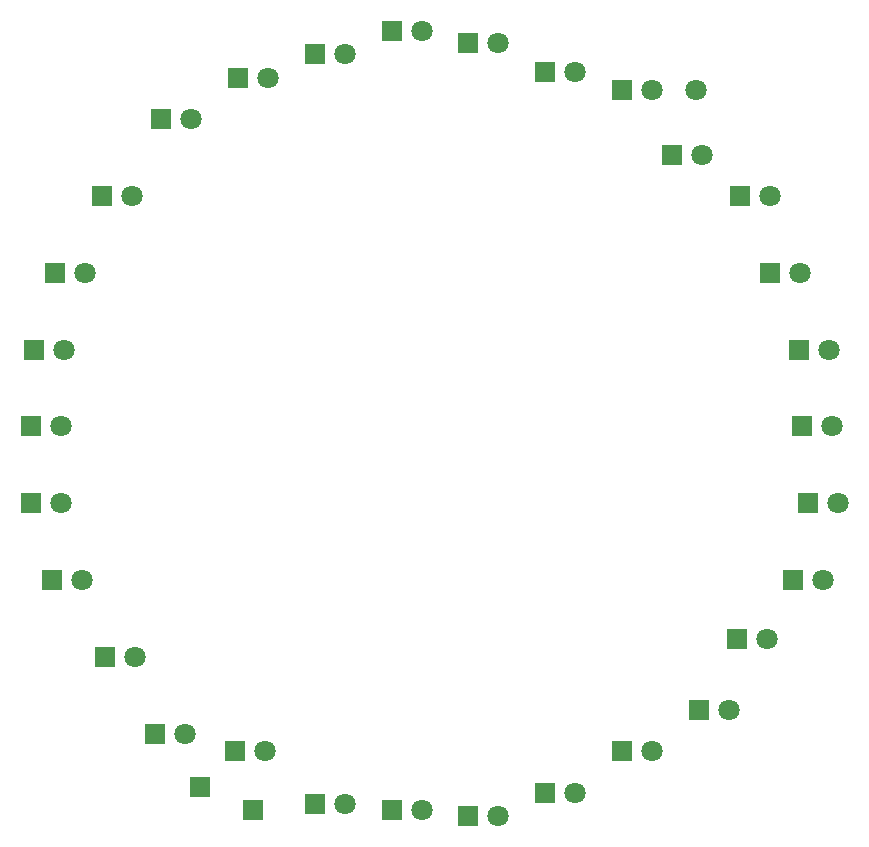
<source format=gbr>
%TF.GenerationSoftware,KiCad,Pcbnew,8.0.3*%
%TF.CreationDate,2026-01-26T15:52:45+01:00*%
%TF.ProjectId,ringLED,72696e67-4c45-4442-9e6b-696361645f70,rev?*%
%TF.SameCoordinates,Original*%
%TF.FileFunction,Copper,L2,Bot*%
%TF.FilePolarity,Positive*%
%FSLAX46Y46*%
G04 Gerber Fmt 4.6, Leading zero omitted, Abs format (unit mm)*
G04 Created by KiCad (PCBNEW 8.0.3) date 2026-01-26 15:52:45*
%MOMM*%
%LPD*%
G01*
G04 APERTURE LIST*
%TA.AperFunction,ComponentPad*%
%ADD10R,1.800000X1.800000*%
%TD*%
%TA.AperFunction,ComponentPad*%
%ADD11C,1.800000*%
%TD*%
G04 APERTURE END LIST*
D10*
%TO.P,U27,1*%
%TO.N,Net-(U21-Pad2)*%
X172725000Y-124000000D03*
D11*
%TO.P,U27,2*%
%TO.N,Net-(U26-Pad1)*%
X175265000Y-124000000D03*
%TD*%
D10*
%TO.P,U9,1*%
%TO.N,Net-(U7-Pad2)*%
X127225000Y-74000000D03*
D11*
%TO.P,U9,2*%
%TO.N,Net-(U10-Pad1)*%
X129765000Y-74000000D03*
%TD*%
D10*
%TO.P,U4,1*%
%TO.N,Net-(U3-Pad2)*%
X116225000Y-106500000D03*
D11*
%TO.P,U4,2*%
%TO.N,Net-(U4-Pad2)*%
X118765000Y-106500000D03*
%TD*%
D10*
%TO.P,,1*%
%TO.N,Net-(R1-Pad1)*%
X130500000Y-130500000D03*
%TD*%
%TO.P,U6,1*%
%TO.N,Net-(U5-Pad2)*%
X116460000Y-93500000D03*
D11*
%TO.P,U6,2*%
%TO.N,Net-(U6-Pad2)*%
X119000000Y-93500000D03*
%TD*%
D10*
%TO.P,U29,1*%
%TO.N,Net-(U28-Pad2)*%
X176225000Y-80500000D03*
D11*
%TO.P,U29,2*%
%TO.N,Net-(U29-Pad2)*%
X178765000Y-80500000D03*
%TD*%
D10*
%TO.P,,1*%
%TO.N,Net-(R2-Pad1)*%
X135000000Y-132500000D03*
%TD*%
%TO.P,U3,1*%
%TO.N,Net-(U2-Pad2)*%
X118000000Y-113000000D03*
D11*
%TO.P,U3,2*%
%TO.N,Net-(U3-Pad2)*%
X120540000Y-113000000D03*
%TD*%
%TO.P,,2*%
%TO.N,GND*%
X172500000Y-71500000D03*
%TD*%
D10*
%TO.P,U14,1*%
%TO.N,Net-(U13-Pad2)*%
X159725000Y-70000000D03*
D11*
%TO.P,U14,2*%
%TO.N,Net-(U14-Pad2)*%
X162265000Y-70000000D03*
%TD*%
D10*
%TO.P,U25,1*%
%TO.N,Net-(U25-Pad1)*%
X180725000Y-113000000D03*
D11*
%TO.P,U25,2*%
%TO.N,Net-(U24-Pad1)*%
X183265000Y-113000000D03*
%TD*%
D10*
%TO.P,U24,1*%
%TO.N,Net-(U24-Pad1)*%
X181960000Y-106500000D03*
D11*
%TO.P,U24,2*%
%TO.N,Net-(U23-Pad1)*%
X184500000Y-106500000D03*
%TD*%
D10*
%TO.P,U22,1*%
%TO.N,Net-(U22-Pad1)*%
X181225000Y-93500000D03*
D11*
%TO.P,U22,2*%
%TO.N,Net-(U22-Pad2)*%
X183765000Y-93500000D03*
%TD*%
D10*
%TO.P,U18,1*%
%TO.N,Net-(U17-Pad2)*%
X146725000Y-132500000D03*
D11*
%TO.P,U18,2*%
%TO.N,Net-(U18-Pad2)*%
X149265000Y-132500000D03*
%TD*%
D10*
%TO.P,U19,1*%
%TO.N,Net-(U18-Pad2)*%
X153225000Y-133000000D03*
D11*
%TO.P,U19,2*%
%TO.N,Net-(U19-Pad2)*%
X155765000Y-133000000D03*
%TD*%
D10*
%TO.P,U11,1*%
%TO.N,Net-(U10-Pad2)*%
X140225000Y-68500000D03*
D11*
%TO.P,U11,2*%
%TO.N,Net-(U11-Pad2)*%
X142765000Y-68500000D03*
%TD*%
D10*
%TO.P,U16,1*%
%TO.N,Net-(R2-Pad1)*%
X133500000Y-127500000D03*
D11*
%TO.P,U16,2*%
%TO.N,Net-(U16-Pad2)*%
X136040000Y-127500000D03*
%TD*%
D10*
%TO.P,U30,1*%
%TO.N,Net-(U29-Pad2)*%
X170460000Y-77000000D03*
D11*
%TO.P,U30,2*%
%TO.N,GND*%
X173000000Y-77000000D03*
%TD*%
D10*
%TO.P,U13,1*%
%TO.N,Net-(U12-Pad2)*%
X153225000Y-67500000D03*
D11*
%TO.P,U13,2*%
%TO.N,Net-(U13-Pad2)*%
X155765000Y-67500000D03*
%TD*%
D10*
%TO.P,U21,1*%
%TO.N,Net-(U20-Pad2)*%
X166225000Y-127500000D03*
D11*
%TO.P,U21,2*%
%TO.N,Net-(U21-Pad2)*%
X168765000Y-127500000D03*
%TD*%
D10*
%TO.P,U28,1*%
%TO.N,Net-(U22-Pad2)*%
X178725000Y-87000000D03*
D11*
%TO.P,U28,2*%
%TO.N,Net-(U28-Pad2)*%
X181265000Y-87000000D03*
%TD*%
D10*
%TO.P,U26,1*%
%TO.N,Net-(U26-Pad1)*%
X175960000Y-118000000D03*
D11*
%TO.P,U26,2*%
%TO.N,Net-(U25-Pad1)*%
X178500000Y-118000000D03*
%TD*%
D10*
%TO.P,U2,1*%
%TO.N,Net-(U1-Pad2)*%
X122500000Y-119500000D03*
D11*
%TO.P,U2,2*%
%TO.N,Net-(U2-Pad2)*%
X125040000Y-119500000D03*
%TD*%
D10*
%TO.P,U5,1*%
%TO.N,Net-(U4-Pad2)*%
X116225000Y-100000000D03*
D11*
%TO.P,U5,2*%
%TO.N,Net-(U5-Pad2)*%
X118765000Y-100000000D03*
%TD*%
D10*
%TO.P,U10,1*%
%TO.N,Net-(U10-Pad1)*%
X133725000Y-70500000D03*
D11*
%TO.P,U10,2*%
%TO.N,Net-(U10-Pad2)*%
X136265000Y-70500000D03*
%TD*%
D10*
%TO.P,U23,1*%
%TO.N,Net-(U23-Pad1)*%
X181460000Y-100000000D03*
D11*
%TO.P,U23,2*%
%TO.N,Net-(U22-Pad1)*%
X184000000Y-100000000D03*
%TD*%
D10*
%TO.P,U1,1*%
%TO.N,Net-(R1-Pad1)*%
X126725000Y-126000000D03*
D11*
%TO.P,U1,2*%
%TO.N,Net-(U1-Pad2)*%
X129265000Y-126000000D03*
%TD*%
D10*
%TO.P,U17,1*%
%TO.N,Net-(U16-Pad2)*%
X140225000Y-132000000D03*
D11*
%TO.P,U17,2*%
%TO.N,Net-(U17-Pad2)*%
X142765000Y-132000000D03*
%TD*%
D10*
%TO.P,U15,1*%
%TO.N,Net-(U14-Pad2)*%
X166225000Y-71500000D03*
D11*
%TO.P,U15,2*%
%TO.N,GND*%
X168765000Y-71500000D03*
%TD*%
D10*
%TO.P,U20,1*%
%TO.N,Net-(U19-Pad2)*%
X159725000Y-131000000D03*
D11*
%TO.P,U20,2*%
%TO.N,Net-(U20-Pad2)*%
X162265000Y-131000000D03*
%TD*%
D10*
%TO.P,U7,1*%
%TO.N,Net-(U7-Pad1)*%
X122225000Y-80500000D03*
D11*
%TO.P,U7,2*%
%TO.N,Net-(U7-Pad2)*%
X124765000Y-80500000D03*
%TD*%
D10*
%TO.P,U12,1*%
%TO.N,Net-(U11-Pad2)*%
X146725000Y-66500000D03*
D11*
%TO.P,U12,2*%
%TO.N,Net-(U12-Pad2)*%
X149265000Y-66500000D03*
%TD*%
D10*
%TO.P,U8,1*%
%TO.N,Net-(U6-Pad2)*%
X118225000Y-87000000D03*
D11*
%TO.P,U8,2*%
%TO.N,Net-(U7-Pad1)*%
X120765000Y-87000000D03*
%TD*%
M02*

</source>
